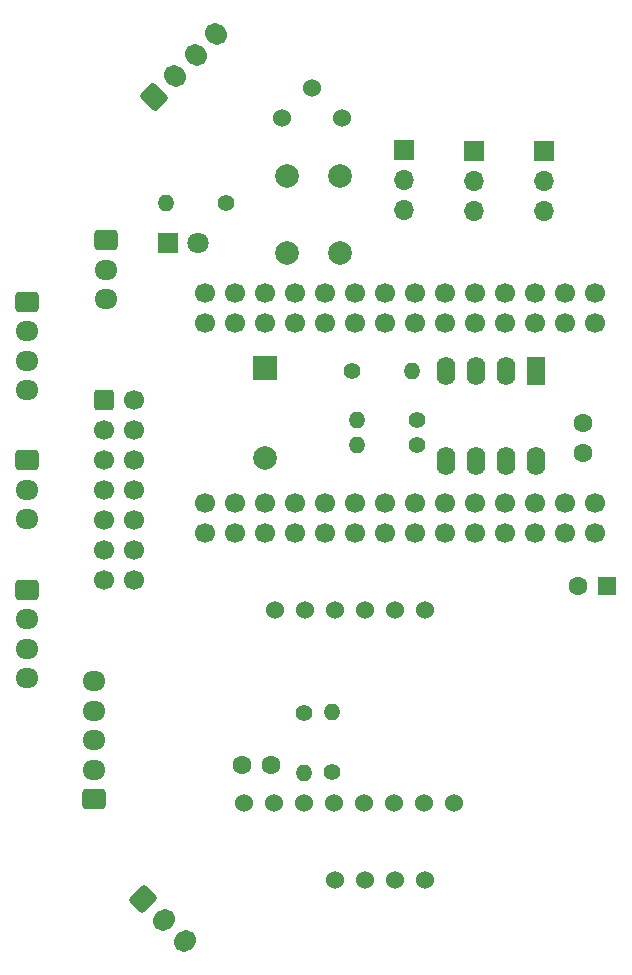
<source format=gbr>
%TF.GenerationSoftware,KiCad,Pcbnew,7.0.9*%
%TF.CreationDate,2025-05-06T13:26:46+09:00*%
%TF.ProjectId,Main_board,4d61696e-5f62-46f6-9172-642e6b696361,rev?*%
%TF.SameCoordinates,Original*%
%TF.FileFunction,Soldermask,Bot*%
%TF.FilePolarity,Negative*%
%FSLAX46Y46*%
G04 Gerber Fmt 4.6, Leading zero omitted, Abs format (unit mm)*
G04 Created by KiCad (PCBNEW 7.0.9) date 2025-05-06 13:26:46*
%MOMM*%
%LPD*%
G01*
G04 APERTURE LIST*
G04 Aperture macros list*
%AMRoundRect*
0 Rectangle with rounded corners*
0 $1 Rounding radius*
0 $2 $3 $4 $5 $6 $7 $8 $9 X,Y pos of 4 corners*
0 Add a 4 corners polygon primitive as box body*
4,1,4,$2,$3,$4,$5,$6,$7,$8,$9,$2,$3,0*
0 Add four circle primitives for the rounded corners*
1,1,$1+$1,$2,$3*
1,1,$1+$1,$4,$5*
1,1,$1+$1,$6,$7*
1,1,$1+$1,$8,$9*
0 Add four rect primitives between the rounded corners*
20,1,$1+$1,$2,$3,$4,$5,0*
20,1,$1+$1,$4,$5,$6,$7,0*
20,1,$1+$1,$6,$7,$8,$9,0*
20,1,$1+$1,$8,$9,$2,$3,0*%
%AMHorizOval*
0 Thick line with rounded ends*
0 $1 width*
0 $2 $3 position (X,Y) of the first rounded end (center of the circle)*
0 $4 $5 position (X,Y) of the second rounded end (center of the circle)*
0 Add line between two ends*
20,1,$1,$2,$3,$4,$5,0*
0 Add two circle primitives to create the rounded ends*
1,1,$1,$2,$3*
1,1,$1,$4,$5*%
G04 Aperture macros list end*
%ADD10C,1.400000*%
%ADD11O,1.400000X1.400000*%
%ADD12R,1.700000X1.700000*%
%ADD13O,1.700000X1.700000*%
%ADD14R,1.800000X1.800000*%
%ADD15C,1.800000*%
%ADD16RoundRect,0.250000X-0.725000X0.600000X-0.725000X-0.600000X0.725000X-0.600000X0.725000X0.600000X0*%
%ADD17O,1.950000X1.700000*%
%ADD18C,1.600000*%
%ADD19C,1.700000*%
%ADD20C,1.524000*%
%ADD21RoundRect,0.250000X-0.936916X-0.088388X-0.088388X-0.936916X0.936916X0.088388X0.088388X0.936916X0*%
%ADD22HorizOval,1.700000X-0.088388X-0.088388X0.088388X0.088388X0*%
%ADD23RoundRect,0.250000X0.094927X-0.936277X0.937511X-0.081845X-0.094927X0.936277X-0.937511X0.081845X0*%
%ADD24HorizOval,1.700000X-0.089003X0.087769X0.089003X-0.087769X0*%
%ADD25C,2.000000*%
%ADD26R,1.600000X2.400000*%
%ADD27O,1.600000X2.400000*%
%ADD28RoundRect,0.250000X0.725000X-0.600000X0.725000X0.600000X-0.725000X0.600000X-0.725000X-0.600000X0*%
%ADD29R,1.600000X1.600000*%
%ADD30R,2.000000X2.000000*%
%ADD31RoundRect,0.250000X-0.600000X-0.600000X0.600000X-0.600000X0.600000X0.600000X-0.600000X0.600000X0*%
G04 APERTURE END LIST*
D10*
%TO.C,R6*%
X182530000Y-86080000D03*
D11*
X187610000Y-86080000D03*
%TD*%
D12*
%TO.C,D34*%
X198825000Y-67395000D03*
D13*
X198825000Y-69935000D03*
X198825000Y-72475000D03*
%TD*%
D14*
%TO.C,330*%
X167000000Y-75200000D03*
D15*
X169540000Y-75200000D03*
%TD*%
D16*
%TO.C,LINE*%
X155000000Y-104560000D03*
D17*
X155000000Y-107060000D03*
X155000000Y-109560000D03*
X155000000Y-112060000D03*
%TD*%
D18*
%TO.C,C3*%
X202140000Y-92980000D03*
X202140000Y-90480000D03*
%TD*%
D10*
%TO.C,R2*%
X180900000Y-119970000D03*
D11*
X180900000Y-114890000D03*
%TD*%
D19*
%TO.C,U1*%
X198060000Y-79460000D03*
X203140000Y-82000000D03*
X200600000Y-97240000D03*
X195520000Y-99780000D03*
X192980000Y-99780000D03*
X175200000Y-99780000D03*
X200600000Y-82000000D03*
X198060000Y-82000000D03*
X195520000Y-82000000D03*
X192980000Y-82000000D03*
X190440000Y-82000000D03*
X187900000Y-82000000D03*
X185360000Y-82000000D03*
X182820000Y-82000000D03*
X180280000Y-82000000D03*
X177740000Y-82000000D03*
X175200000Y-82000000D03*
X172660000Y-82000000D03*
X170120000Y-82000000D03*
X170120000Y-79460000D03*
X172660000Y-99780000D03*
X170120000Y-99780000D03*
X170120000Y-97240000D03*
X172660000Y-97240000D03*
X175200000Y-97240000D03*
X177740000Y-97240000D03*
X180280000Y-97240000D03*
X182820000Y-97240000D03*
X185360000Y-97240000D03*
X187900000Y-97240000D03*
X190440000Y-97240000D03*
X192980000Y-97240000D03*
X195520000Y-97240000D03*
X192980000Y-79460000D03*
X198060000Y-97240000D03*
X177740000Y-99780000D03*
X203140000Y-97240000D03*
X203140000Y-99780000D03*
X180280000Y-99780000D03*
X187900000Y-99780000D03*
X185360000Y-99780000D03*
X190440000Y-99780000D03*
X182820000Y-99780000D03*
X182820000Y-79460000D03*
X172660000Y-79460000D03*
X180280000Y-79460000D03*
X175200000Y-79460000D03*
X177740000Y-79460000D03*
X203140000Y-79460000D03*
X200600000Y-79460000D03*
X195520000Y-79460000D03*
X190440000Y-79460000D03*
X187900000Y-79460000D03*
X185360000Y-79460000D03*
X200600000Y-99780000D03*
X198060000Y-99780000D03*
%TD*%
D20*
%TO.C,103*%
X176590000Y-64640000D03*
X179130000Y-62100000D03*
X181670000Y-64640000D03*
%TD*%
D10*
%TO.C,R1*%
X178460000Y-114960000D03*
D11*
X178460000Y-120040000D03*
%TD*%
D21*
%TO.C,MD*%
X164893464Y-130741002D03*
D22*
X166661231Y-132508769D03*
X168428998Y-134276536D03*
%TD*%
D20*
%TO.C,BNO1*%
X173370000Y-122620000D03*
X175910000Y-122620000D03*
X178450000Y-122620000D03*
X180990000Y-122620000D03*
X183530000Y-122620000D03*
X186070000Y-122620000D03*
X188610000Y-122620000D03*
X191150000Y-122620000D03*
%TD*%
D12*
%TO.C,D36*%
X186915000Y-67365000D03*
D13*
X186915000Y-69905000D03*
X186915000Y-72445000D03*
%TD*%
D10*
%TO.C,10K*%
X188030000Y-92340000D03*
D11*
X182950000Y-92340000D03*
%TD*%
D23*
%TO.C,Touch*%
X165793113Y-62871467D03*
D24*
X167548496Y-61091402D03*
X169303878Y-59311337D03*
X171059261Y-57531272D03*
%TD*%
D25*
%TO.C,RST*%
X177010000Y-76020000D03*
X177010000Y-69520000D03*
X181510000Y-76020000D03*
X181510000Y-69520000D03*
%TD*%
D26*
%TO.C,BNO055*%
X198170000Y-86045000D03*
D27*
X195630000Y-86045000D03*
X193090000Y-86045000D03*
X190550000Y-86045000D03*
X190550000Y-93665000D03*
X193090000Y-93665000D03*
X195630000Y-93665000D03*
X198170000Y-93665000D03*
%TD*%
D16*
%TO.C,Kicker*%
X155010000Y-93600000D03*
D17*
X155010000Y-96100000D03*
X155010000Y-98600000D03*
%TD*%
D18*
%TO.C,C4*%
X173220000Y-119420000D03*
X175720000Y-119420000D03*
%TD*%
D28*
%TO.C,SUB*%
X160690000Y-122310000D03*
D17*
X160690000Y-119810000D03*
X160690000Y-117310000D03*
X160690000Y-114810000D03*
X160690000Y-112310000D03*
%TD*%
D20*
%TO.C,U3*%
X181082113Y-129165680D03*
X183622113Y-129165680D03*
X186162113Y-129165680D03*
X188702113Y-129165680D03*
X176002113Y-106305680D03*
X178542113Y-106305680D03*
X181082113Y-106305680D03*
X183622113Y-106305680D03*
X186162113Y-106305680D03*
X188702113Y-106305680D03*
%TD*%
D29*
%TO.C,C2*%
X204185113Y-104260000D03*
D18*
X201685113Y-104260000D03*
%TD*%
D10*
%TO.C,10K*%
X188030000Y-90210000D03*
D11*
X182950000Y-90210000D03*
%TD*%
D16*
%TO.C,+12V*%
X161740000Y-74960000D03*
D17*
X161740000Y-77460000D03*
X161740000Y-79960000D03*
%TD*%
D16*
%TO.C,LINE_front*%
X155020000Y-80180000D03*
D17*
X155020000Y-82680000D03*
X155020000Y-85180000D03*
X155020000Y-87680000D03*
%TD*%
D12*
%TO.C,D35*%
X192875000Y-67415000D03*
D13*
X192875000Y-69955000D03*
X192875000Y-72495000D03*
%TD*%
D10*
%TO.C,R3*%
X171850000Y-71840000D03*
D11*
X166770000Y-71840000D03*
%TD*%
D30*
%TO.C,BZ1*%
X175160000Y-85770000D03*
D25*
X175160000Y-93370000D03*
%TD*%
D31*
%TO.C,J10*%
X161530000Y-88520000D03*
D19*
X164070000Y-88520000D03*
X161530000Y-91060000D03*
X164070000Y-91060000D03*
X161530000Y-93600000D03*
X164070000Y-93600000D03*
X161530000Y-96140000D03*
X164070000Y-96140000D03*
X161530000Y-98680000D03*
X164070000Y-98680000D03*
X161530000Y-101220000D03*
X164070000Y-101220000D03*
X161530000Y-103760000D03*
X164070000Y-103760000D03*
%TD*%
M02*

</source>
